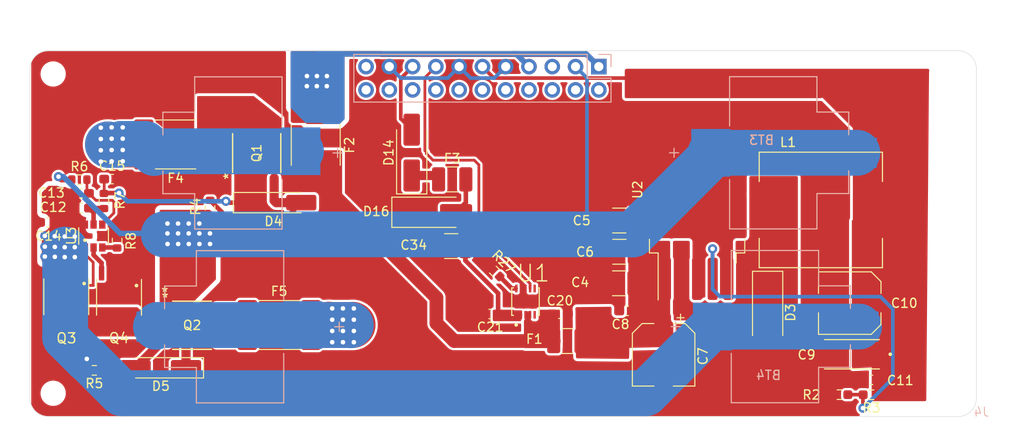
<source format=kicad_pcb>
(kicad_pcb (version 20241229) (generator "pcbnew") (generator_version "9.0")
  (title_block (date "15 nov 2012"))
  (layers (0 "F.Cu" signal) (2 "B.Cu" signal) (13 "F.Paste" user) (15 "B.Paste" user) (5 "F.SilkS" user "F.Silkscreen") (7 "B.SilkS" user "B.Silkscreen") (1 "F.Mask" user) (3 "B.Mask" user) (25 "Edge.Cuts" user))
  (net 0 "")
  (net 1 "GND")
  (net 2 "+5V")
  (net 3 "Net-(BT3-+)")
  (net 4 "Net-(BT4-+)")
  (net 5 "8.4V")
  (net 6 "+12V")
  (net 7 "Net-(U3-VDD)")
  (net 8 "Net-(U2-FB)")
  (net 9 "Net-(U3-VBL)")
  (net 10 "/Power BMS/Power Supply/V_Out_Dirty")
  (net 11 "Net-(D4-A)")
  (net 12 "Net-(D14-K)")
  (net 13 "Net-(D14-A)")
  (net 14 "Net-(D5-A)")
  (net 15 "/Power BMS/8.4V Out")
  (net 16 "Chrg_Stat")
  (net 18 "Net-(Q2-D)")
  (net 19 "Net-(Q3-G)")
  (net 20 "Net-(Q4-G)")
  (net 21 "/Power BMS/Power Supply/Vin_clean")
  (net 22 "BATT_LVL_MID")
  (net 23 "BATT_LVL-")
  (net 25 "/Power BMS/Battery Pack & Protection/d2d")
  (net 26 "/Power BMS/Battery Pack & Protection/8.4unsafe")
  (net 27 "Net-(U3-V-)")
  (net 28 "Net-(U1-PROG)")
  (footprint "MM3220AA2NRH:IC_MM3220AA2NRH" (layer "F.Cu") (at 122.11 115.544998 90)
    (property "Reference" "U3")
    (property "Value" "MM3220AA2NRH")
  )
  (footprint "Diode_SMD:D_MiniMELF_Handsoldering" (layer "F.Cu") (at 142.02 111.9025)
    (property "Reference" "D4")
    (property "Value" "9.1V Zener")
  )
  (footprint "Resistor_SMD:R_1210_3225Metric_Pad1.30x2.65mm_HandSolder" (layer "F.Cu") (at 179.46 120.7025 180)
    (property "Reference" "C4")
    (property "Value" "47uF")
  )
  (footprint "Fuse:Fuse_2920_7451Metric_Pad2.10x5.45mm_HandSolder" (layer "F.Cu") (at 142.36 125.2525)
    (property "Reference" "F5")
    (property "Value" "Polyfuse 6A")
  )
  (footprint "MCP73213-A6SI_MF:SON50P300X300X100-11N" (layer "F.Cu") (at 169.24 122.7025 90)
    (property "Reference" "U1")
    (property "Value" "MCP73213-A6SI_MF")
  )
  (footprint "Resistor_SMD:R_0603_1608Metric" (layer "F.Cu") (at 134.82 112.4725 -90)
    (property "Reference" "R4")
    (property "Value" "100K")
  )
  (footprint "FET - AOSP36326C:SOIC127P490X600X175-8N" (layer "F.Cu") (at 124.885 122.2275 -90)
    (property "Reference" "Q4")
    (property "Value" "AOSP36326C")
  )
  (footprint "Diode_SMD:D_SMA_Handsoldering" (layer "F.Cu") (at 159.165 112.9525)
    (property "Reference" "D16")
    (property "Value" "SMAJ11A")
  )
  (footprint "Capacitor_SMD:C_0603_1608Metric_Pad1.08x0.95mm_HandSolder" (layer "F.Cu") (at 165.39 124.0525 180)
    (property "Reference" "C21")
    (property "Value" "10uF")
  )
  (footprint "Resistor_SMD:R_1210_3225Metric_Pad1.30x2.65mm_HandSolder" (layer "F.Cu") (at 161.1325 116.6425)
    (property "Reference" "C34")
    (property "Value" "47uF")
  )
  (footprint "Resistor_SMD:R_0603_1608Metric" (layer "F.Cu") (at 165.84 119.3725 -45)
    (property "Reference" "R27")
    (property "Value" "1K")
  )
  (footprint "Resistor_SMD:R_0603_1608Metric_Pad0.98x0.95mm_HandSolder" (layer "F.Cu") (at 206.9975 132.8625 180)
    (property "Reference" "R3")
    (property "Value" "3.1K")
  )
  (footprint "Capacitor_SMD:C_0603_1608Metric_Pad1.08x0.95mm_HandSolder" (layer "F.Cu") (at 173 124.0325)
    (property "Reference" "C20")
    (property "Value" "10uF")
  )
  (footprint "Diode_SMD:D_SMA_Handsoldering" (layer "F.Cu") (at 156.8225 106.4425 90)
    (property "Reference" "D14")
    (property "Value" "SS24")
  )
  (footprint "Fuse:Fuse_1210_3225Metric_Pad1.42x2.65mm_HandSolder" (layer "F.Cu") (at 173.8075 127.0025)
    (property "Reference" "F1")
    (property "Value" "2.2A Polyfuse")
  )
  (footprint "Resistor_SMD:R_0603_1608Metric_Pad0.98x0.95mm_HandSolder" (layer "F.Cu") (at 203.4975 132.8525)
    (property "Reference" "R2")
    (property "Value" "1K")
  )
  (footprint "Capacitor_SMD:C_Elec_6.3x7.7" (layer "F.Cu") (at 204.62 122.8625 180)
    (property "Reference" "C10")
    (property "Value" "330uF 10V")
  )
  (footprint "FET - AOSP36326C:SOIC127P490X600X175-8N" (layer "F.Cu") (at 119.13 122.174998 -90)
    (property "Reference" "Q3")
    (property "Value" "AOSP36326C")
  )
  (footprint "Diode_SMD:D_SMA_Handsoldering" (layer "F.Cu") (at 195.66 123.9025 -90)
    (property "Reference" "D3")
    (property "Value" "SS34")
  )
  (footprint "Capacitor_SMD:C_0603_1608Metric_Pad1.08x0.95mm_HandSolder" (layer "F.Cu") (at 124.13 109.3325)
    (property "Reference" "C15")
    (property "Value" "0.1uF")
  )
  (footprint "Capacitor_SMD:C_0603_1608Metric_Pad1.08x0.95mm_HandSolder" (layer "F.Cu") (at 120.7475 112.494998)
    (property "Reference" "C12")
    (property "Value" "0.1uF")
  )
  (footprint "Diode_SMD:D_MiniMELF_Handsoldering" (layer "F.Cu") (at 129.4475 129.9225 180)
    (property "Reference" "D5")
    (property "Value" "9.1V Zener")
  )
  (footprint "Package_TO_SOT_SMD:TO-263-5_TabPin3" (layer "F.Cu") (at 187.965 112.5675 90)
    (property "Reference" "U2")
    (property "Value" "LM2596S-ADJ")
  )
  (footprint "Capacitor_SMD:C_0603_1608Metric_Pad1.08x0.95mm_HandSolder" (layer "F.Cu") (at 120.74 110.884998 180)
    (property "Reference" "C13")
    (property "Value" "0.1 uF")
  )
  (footprint "Fuse:Fuse_2920_7451Metric_Pad2.10x5.45mm_HandSolder" (layer "F.Cu") (at 146.35 105.6275 -90)
    (property "Reference" "F2")
    (property "Value" "6A Polyfuse")
  )
  (footprint "Capacitor_SMD:C_0603_1608Metric_Pad1.08x0.95mm_HandSolder" (layer "F.Cu") (at 206.99 131.242 180)
    (property "Reference" "C11")
    (property "Value" "0.1uF")
  )
  (footprint "FET - SI4435FDY:SO-8_VIS" (layer "F.Cu") (at 139.91 106.4925 90)
    (property "Reference" "Q1")
    (property "Value" "SI4435FDY")
  )
  (footprint "Resistor_SMD:R_1210_3225Metric_Pad1.30x2.65mm_HandSolder" (layer "F.Cu") (at 179.47 113.8525 180)
    (property "Reference" "C5")
    (property "Value" "47uF")
  )
  (footprint "Capacitor_SMD:CP_Elec_6.3x7.7" (layer "F.Cu") (at 184.31 128.5025 -90)
    (property "Reference" "C7")
    (property "Value" "100uF 16V")
  )
  (footprint "Fuse:Fuse_2920_7451Metric_Pad2.10x5.45mm_HandSolder" (layer "F.Cu") (at 131.06 105.5525 180)
    (property "Reference" "F4")
    (property "Value" "Polyfuse 6A")
  )
  (footprint "C _Tantalum - TAJC337K006RNJ:CAPPM6032X280N" (layer "F.Cu") (at 204.8625 128.448 180)
    (property "Reference" "C9")
    (property "Value" "330uF Tantalum")
  )
  (footprint "Resistor_SMD:R_0603_1608Metric" (layer "F.Cu") (at 122.19 130.2025 180)
    (property "Reference" "R5")
    (property "Value" "100K")
  )
  (footprint "Fuse:Fuse_1210_3225Metric_Pad1.42x2.65mm_HandSolder" (layer "F.Cu") (at 161.2425 109.3625)
    (property "Reference" "F3")
    (property "Value" "2.2A Polyfuse")
  )
  (footprint "Inductor -  125CDMCCDS 33uH:IND_125CDMCCDS-330MC" (layer "F.Cu") (at 201.465 112.6975)
    (property "Reference" "L1")
    (property "Value" "33uH")
  )
  (footprint "FET - SI4435FDY:SO-8_VIS" (layer "F.Cu") (at 132.86 125.2825)
    (property "Reference" "Q2")
    (property "Value" "SI4435FDY")
  )
  (footprint "Resistor_SMD:R_0603_1608Metric" (layer "F.Cu") (at 123.24 111.7225 90)
    (property "Reference" "R7")
    (property "Value" "330")
  )
  (footprint "Resistor_SMD:R_0603_1608Metric" (layer "F.Cu") (at 124.68 116.0225 90)
    (property "Reference" "R8")
    (property "Value" "2.2K")
  )
  (footprint "Resistor_SMD:R_1210_3225Metric_Pad1.30x2.65mm_HandSolder" (layer "F.Cu") (at 179.49 117.2625 180)
    (property "Reference" "C6")
    (property "Value" "47uF")
  )
  (footprint "Capacitor_SMD:C_0603_1608Metric_Pad1.08x0.95mm_HandSolder" (layer "F.Cu") (at 117.13 114.0525)
    (property "Reference" "C14")
    (property "Value" "0.1uF")
  )
  (footprint "Resistor_SMD:R_0603_1608Metric" (layer "F.Cu") (at 120.56 109.3925)
    (property "Reference" "R6")
    (property "Value" "330")
  )
  (footprint "Capacitor_SMD:C_0603_1608Metric_Pad1.08x0.95mm_HandSolder" (layer "F.Cu") (at 180.3275 123.7125 180)
    (property "Reference" "C8")
    (property "Value" "0.1uF")
  )
  (footprint "Board:Board_outline" (layer "B.Cu") (at 218.44 95.3225 180)
    (property "Reference" "J4")
    (property "Value" "Conn_01x11")
    (fp_line (start 103.28 -2) (end 103.28 -37.92) (stroke (width 0.05)) (layer "Edge.Cuts"))
    (fp_line (start 101.28 -39.92) (end 2 -39.92) (stroke (width 0.05)) (layer "Edge.Cuts"))
    (fp_line (start 2 0) (end 101.28 0) (stroke (width 0.05)) (layer "Edge.Cuts"))
    (fp_line (start 0 -37.92) (end 0 -2) (stroke (width 0.05)) (layer "Edge.Cuts"))
    (fp_arc (start 103.28 -2) (mid 102.694214 -0.585786) (end 101.28 0) (stroke (width 0.05)) (layer "Edge.Cuts"))
    (fp_arc (start 101.28 -39.92) (mid 102.694214 -39.334214) (end 103.28 -37.92) (stroke (width 0.05)) (layer "Edge.Cuts"))
    (fp_arc (start 2 0) (mid 0.585786 -0.585786) (end 0 -2) (stroke (width 0.05)) (layer "Edge.Cuts"))
    (fp_arc (start 0 -37.92) (mid 0.585786 -39.334214) (end 2 -39.92) (stroke (width 0.05)) (layer "Edge.Cuts"))
  )
  (footprint "Battery Holder - 18650:BAT_254" (layer "B.Cu") (at 195.11 106.4625 180)
    (property "Reference" "BT3")
    (property "Value" "Battery_Cell")
  )
  (footprint "Battery Holder - 18650:BAT_254" (layer "B.Cu") (at 195.2925 125.427044 180)
    (property "Reference" "BT4")
    (property "Value" "Battery_Cell")
  )
  (segment (start 191.365 114.4575) (end 191.38 114.4425) (width 1) (layer "F.Cu") (net 1))
  (segment (start 187.965 120.2175) (end 187.965 113.7075) (width 1) (layer "F.Cu") (net 1))
  (segment (start 187.965 113.7075) (end 188.03 113.6425) (width 1) (layer "F.Cu") (net 1))
  (segment (start 191.365 120.2175) (end 191.365 114.4575) (width 1) (layer "F.Cu") (net 1))
  (segment (start 160.750682 98.308243) (end 155.630682 98.308243) (width 0.4) (layer "B.Cu") (net 1))
  (segment (start 155.630682 98.308243) (end 154.380682 97.058243) (width 0.4) (layer "B.Cu") (net 1))
  (segment (start 163.250682 98.308243) (end 162.000682 97.058243) (width 0.4) (layer "B.Cu") (net 1))
  (segment (start 167.080682 97.058243) (end 165.830682 98.308243) (width 0.4) (layer "B.Cu") (net 1))
  (segment (start 165.830682 98.308243) (end 163.250682 98.308243) (width 0.4) (layer "B.Cu") (net 1))
  (segment (start 162.000682 97.058243) (end 160.750682 98.308243) (width 0.4) (layer "B.Cu") (net 1))
  (segment (start 207.09 99.1225) (end 207.09 112.6975) (width 0.4) (layer "F.Cu") (net 2))
  (segment (start 165.790682 98.308243) (end 206.244257 98.308243) (width 0.4) (layer "F.Cu") (net 2))
  (segment (start 164.540682 97.058243) (end 165.790682 98.308243) (width 0.4) (layer "F.Cu") (net 2))
  (segment (start 206.244257 98.308243) (end 206.26 98.2925) (width 0.4) (layer "F.Cu") (net 2))
  (segment (start 206.26 98.2925) (end 207.09 99.1225) (width 0.4) (layer "F.Cu") (net 2))
  (segment (start 127.585 105.5525) (end 125.1 105.5525) (width 5) (layer "F.Cu") (net 3))
  (segment (start 123.681169 105.5525) (end 123.68 105.553669) (width 5) (layer "F.Cu") (net 3))
  (segment (start 125.1 105.5525) (end 125.09 105.5625) (width 5) (layer "F.Cu") (net 3))
  (via (at 125.29 107.3925) (size 1) (drill 0.5) (layers "F.Cu" "B.Cu") (net 3))
  (via (at 124.08 103.690161) (size 1) (drill 0.5) (layers "F.Cu" "B.Cu") (net 3))
  (via (at 122.9 106.188387) (size 1) (drill 0.5) (layers "F.Cu" "B.Cu") (net 3))
  (via (at 125.29 103.690161) (size 1) (drill 0.5) (layers "F.Cu" "B.Cu") (net 3))
  (via (at 122.9 107.4225) (size 1) (drill 0.5) (layers "F.Cu" "B.Cu") (net 3))
  (via (at 122.9 104.954274) (size 1) (drill 0.5) (layers "F.Cu" "B.Cu") (net 3))
  (via (at 125.29 106.158387) (size 1) (drill 0.5) (layers "F.Cu" "B.Cu") (net 3))
  (via (at 124.08 107.3925) (size 1) (drill 0.5) (layers "F.Cu" "B.Cu") (net 3))
  (via (at 124.08 106.158387) (size 1) (drill 0.5) (layers "F.Cu" "B.Cu") (net 3))
  (via (at 125.29 104.924274) (size 1) (drill 0.5) (layers "F.Cu" "B.Cu") (net 3))
  (via (at 124.08 104.924274) (size 1) (drill 0.5) (layers "F.Cu" "B.Cu") (net 3))
  (via (at 122.9 103.720161) (size 1) (drill 0.5) (layers "F.Cu" "B.Cu") (net 3))
  (segment (start 124.91 105.60133) (end 123.727661 105.60133) (width 5) (layer "B.Cu") (net 3))
  (segment (start 127.742956 105.4925) (end 125.16 105.4925) (width 5) (layer "B.Cu") (net 3))
  (segment (start 128.917044 106.2925) (end 128.73 106.479544) (width 5) (layer "B.Cu") (net 3))
  (segment (start 123.727661 105.60133) (end 123.68 105.553669) (width 5) (layer "B.Cu") (net 3))
  (segment (start 125.16 105.4925) (end 125.09 105.5625) (width 5) (layer "B.Cu") (net 3))
  (segment (start 128.73 106.479544) (end 127.742956 105.4925) (width 5) (layer "B.Cu") (net 3))
  (segment (start 144.74 106.2925) (end 128.917044 106.2925) (width 5) (layer "B.Cu") (net 3))
  (segment (start 145.835 125.2525) (end 147.76 125.2525) (width 5) (layer "F.Cu") (net 4))
  (segment (start 150.35 125.2525) (end 150.37 125.2325) (width 5) (layer "F.Cu") (net 4))
  (segment (start 147.76 125.2525) (end 147.79 125.2225) (width 5) (layer "F.Cu") (net 4))
  (segment (start 147.82 125.2525) (end 150.35 125.2525) (width 5) (layer "F.Cu") (net 4))
  (segment (start 147.79 125.2225) (end 147.82 125.2525) (width 5) (layer "F.Cu") (net 4))
  (via (at 148.15 124.675833) (size 1) (drill 0.5) (layers "F.Cu" "B.Cu") (net 4))
  (via (at 148.15 127.1325) (size 1) (drill 0.5) (layers "F.Cu" "B.Cu") (net 4))
  (via (at 149.32 123.4475) (size 1) (drill 0.5) (layers "F.Cu" "B.Cu") (net 4))
  (via (at 149.32 125.904166) (size 1) (drill 0.5) (layers "F.Cu" "B.Cu") (net 4))
  (via (at 150.51 124.675833) (size 1) (drill 0.5) (layers "F.Cu" "B.Cu") (net 4))
  (via (at 148.15 125.904166) (size 1) (drill 0.5) (layers "F.Cu" "B.Cu") (net 4))
  (via (at 149.32 124.675833) (size 1) (drill 0.5) (layers "F.Cu" "B.Cu") (net 4))
  (via (at 148.15 123.4475) (size 1) (drill 0.5) (layers "F.Cu" "B.Cu") (net 4))
  (via (at 150.51 125.904166) (size 1) (drill 0.5) (layers "F.Cu" "B.Cu") (net 4))
  (via (at 150.51 127.1325) (size 1) (drill 0.5) (layers "F.Cu" "B.Cu") (net 4))
  (via (at 150.51 123.4475) (size 1) (drill 0.5) (layers "F.Cu" "B.Cu") (net 4))
  (via (at 149.32 127.1325) (size 1) (drill 0.5) (layers "F.Cu" "B.Cu") (net 4))
  (segment (start 149.335456 125.257044) (end 149.38 125.2125) (width 1) (layer "B.Cu") (net 4))
  (segment (start 149.3 123.4525) (end 149.28 123.4725) (width 1) (layer "B.Cu") (net 4))
  (segment (start 147.9 126.9025) (end 147.89 126.8825) (width 1) (layer "B.Cu") (net 4))
  (segment (start 147.91 123.4725) (end 147.88 123.4725) (width 1) (layer "B.Cu") (net 4))
  (segment (start 144.9225 125.257044) (end 129.099544 125.257044) (width 5) (layer "B.Cu") (net 4))
  (segment (start 150.154544 125.257044) (end 150.18 125.2825) (width 5) (layer "B.Cu") (net 4))
  (segment (start 149.38 123.4925) (end 149.36 123.4725) (width 1) (layer "B.Cu") (net 4))
  (segment (start 144.9225 125.257044) (end 150.154544 125.257044) (width 5) (layer "B.Cu") (net 4))
  (segment (start 149.36 126.8625) (end 147.9 126.9025) (width 1) (layer "B.Cu") (net 4))
  (segment (start 149.38 125.2125) (end 149.34 125.1925) (width 1) (layer "B.Cu") (net 4))
  (segment (start 149.46 125.2925) (end 149.46 126.8825) (width 1) (layer "B.Cu") (net 4))
  (segment (start 147.88 123.4725) (end 147.87 123.4825) (width 1) (layer "B.Cu") (net 4))
  (segment (start 149.46 126.8825) (end 149.36 126.8625) (width 1) (layer "B.Cu") (net 4))
  (segment (start 149.32 123.4725) (end 149.3 123.4525) (width 1) (layer "B.Cu") (net 4))
  (segment (start 147.87 126.9025) (end 147.89 126.8825) (width 1) (layer "B.Cu") (net 4))
  (segment (start 149.34 125.1925) (end 149.38 123.4925) (width 1) (layer "B.Cu") (net 4))
  (segment (start 149.38 125.2125) (end 149.46 125.2925) (width 1) (layer "B.Cu") (net 4))
  (segment (start 129.099544 125.257044) (end 128.9125 125.444088) (width 5) (layer "B.Cu") (net 4))
  (segment (start 144.9225 125.257044) (end 149.335456 125.257044) (width 1) (layer "B.Cu") (net 4))
  (segment (start 149.36 123.4725) (end 149.32 123.4725) (width 1) (layer "B.Cu") (net 4))
  (segment (start 149.28 123.4725) (end 147.91 123.4725) (width 1) (layer "B.Cu") (net 4))
  (segment (start 172.1375 126.82) (end 172.32 127.0025) (width 0.5) (layer "F.Cu") (net 5))
  (segment (start 140.545 110.6275) (end 139.27 111.9025) (width 0.5) (layer "F.Cu") (net 5))
  (segment (start 136.7 111.9025) (end 136.55 111.7525) (width 0.5) (layer "F.Cu") (net 5))
  (segment (start 159.52 125.0625) (end 161.46 127.0025) (width 1.5) (layer "F.Cu") (net 5))
  (segment (start 139.27 111.9025) (end 136.7 111.9025) (width 0.5) (layer "F.Cu") (net 5))
  (segment (start 140.545 109.21665) (end 140.545 110.6275) (width 0.5) (layer "F.Cu") (net 5))
  (segment (start 146.35 109.1025) (end 159.52 122.2725) (width 1.5) (layer "F.Cu") (net 5))
  (segment (start 123.2675 109.3325) (end 123.2675 110.87) (width 0.3) (layer "F.Cu") (net 5))
  (segment (start 139.27 109.22165) (end 139.275 109.21665) (width 0.5) (layer "F.Cu") (net 5))
  (segment (start 138.005 110.6375) (end 139.27 111.9025) (width 0.5) (layer "F.Cu") (net 5))
  (segment (start 123.285 110.8525) (end 123.24 110.8975) (width 0.5) (layer "F.Cu") (net 5))
  (segment (start 161.46 127.0025) (end 172.32 127.0025) (width 1.5) (layer "F.Cu") (net 5))
  (segment (start 123.2675 110.87) (end 123.24 110.8975) (width 0.3) (layer "F.Cu") (net 5))
  (segment (start 138.005 109.21665) (end 138.005 110.6375) (width 0.5) (layer "F.Cu") (net 5))
  (segment (start 124.89 110.8525) (end 123.285 110.8525) (width 0.5) (layer "F.Cu") (net 5))
  (segment (start 139.27 111.9025) (end 139.27 109.22165) (width 0.5) (layer "F.Cu") (net 5))
  (segment (start 172.1375 124.0325) (end 172.1375 126.82) (width 0.5) (layer "F.Cu") (net 5))
  (segment (start 159.52 122.2725) (end 159.52 125.0625) (width 1.5) (layer "F.Cu") (net 5))
  (via (at 136.55 111.7525) (size 1) (drill 0.5) (layers "F.Cu" "B.Cu") (net 5))
  (via (at 124.89 110.8525) (size 1) (drill 0.5) (layers "F.Cu" "B.Cu") (net 5))
  (segment (start 125.79 111.7525) (end 124.89 110.8525) (width 0.5) (layer "B.Cu") (net 5))
  (segment (start 136.55 111.7525) (end 125.79 111.7525) (width 0.5) (layer "B.Cu") (net 5))
  (segment (start 162.73 109.3625) (end 162.73 111.8875) (width 0.5) (layer "F.Cu") (net 6))
  (segment (start 168.74 124.1375) (end 166.3375 124.1375) (width 0.3) (layer "F.Cu") (net 6))
  (segment (start 162.73 111.8875) (end 161.665 112.9525) (width 0.5) (layer "F.Cu") (net 6))
  (segment (start 162.6825 118.225) (end 166.2525 121.795) (width 0.5) (layer "F.Cu") (net 6))
  (segment (start 166.3375 124.1375) (end 166.2525 124.0525) (width 0.3) (layer "F.Cu") (net 6))
  (segment (start 166.2525 121.795) (end 166.2525 124.0525) (width 0.5) (layer "F.Cu") (net 6))
  (segment (start 162.6825 116.6425) (end 162.6825 118.225) (width 0.5) (layer "F.Cu") (net 6))
  (segment (start 162.6825 116.6425) (end 162.6825 113.97) (width 0.5) (layer "F.Cu") (net 6))
  (segment (start 162.6825 113.97) (end 161.665 112.9525) (width 0.5) (layer "F.Cu") (net 6))
  (segment (start 162.68 116.64) (end 162.6825 116.6425) (width 0.5) (layer "F.Cu") (net 6))
  (segment (start 121.61 112.494998) (end 123.187498 112.494998) (width 0.5) (layer "F.Cu") (net 7))
  (segment (start 122.11 114.294998) (end 122.11 112.994998) (width 0.5) (layer "F.Cu") (net 7))
  (segment (start 123.187498 112.494998) (end 123.24 112.5475) (width 0.5) (layer "F.Cu") (net 7))
  (segment (start 122.11 112.994998) (end 121.61 112.494998) (width 0.5) (layer "F.Cu") (net 7))
  (segment (start 204.41 132.8525) (end 206.075 132.8525) (width 0.4) (layer "F.Cu") (net 8))
  (segment (start 206.06 132.8875) (end 206.085 132.8625) (width 0.4) (layer "F.Cu") (net 8))
  (segment (start 206.075 132.8525) (end 206.085 132.8625) (width 0.4) (layer "F.Cu") (net 8))
  (segment (start 189.665 116.9575) (end 189.65 116.9425) (width 0.4) (layer "F.Cu") (net 8))
  (segment (start 206.06 134.3225) (end 206.06 132.8875) (width 0.4) (layer "F.Cu") (net 8))
  (segment (start 189.665 120.2175) (end 189.665 116.9575) (width 0.4) (layer "F.Cu") (net 8))
  (via (at 206.06 134.3225) (size 1) (drill 0.5) (layers "F.Cu" "B.Cu") (net 8))
  (via (at 189.65 116.9425) (size 1) (drill 0.5) (layers "F.Cu" "B.Cu") (net 8))
  (segment (start 207.96 122.1625) (end 209.32 123.5225) (width 0.4) (layer "B.Cu") (net 8))
  (segment (start 209.32 123.5225) (end 209.32 128.7825) (width 0.4) (layer "B.Cu") (net 8))
  (segment (start 189.65 121.3425) (end 189.76 121.4525) (width 0.4) (layer "B.Cu") (net 8))
  (segment (start 209.32 131.0625) (end 206.06 134.3225) (width 0.4) (layer "B.Cu") (net 8))
  (segment (start 209.32 128.7825) (end 209.32 131.0625) (width 0.4) (layer "B.Cu") (net 8))
  (segment (start 189.76 121.4525) (end 190.47 122.1625) (width 0.4) (layer "B.Cu") (net 8))
  (segment (start 189.65 116.9425) (end 189.65 121.3425) (width 0.4) (layer "B.Cu") (net 8))
  (segment (start 190.47 122.1625) (end 207.96 122.1625) (width 0.4) (layer "B.Cu") (net 8))
  (segment (start 122.365002 111.6475) (end 124.155 111.6475) (width 0.3) (layer "F.Cu") (net 9))
  (segment (start 121.6025 110.884998) (end 122.365002 111.6475) (width 0.3) (layer "F.Cu") (net 9))
  (segment (start 121.385 109.3925) (end 121.385 110.667498) (width 0.3) (layer "F.Cu") (net 9))
  (segment (start 124.32 111.8125) (end 124.32 113.034998) (width 0.3) (layer "F.Cu") (net 9))
  (segment (start 124.32 113.034998) (end 123.06 114.294998) (width 0.3) (layer "F.Cu") (net 9))
  (segment (start 121.385 110.667498) (end 121.6025 110.884998) (width 0.3) (layer "F.Cu") (net 9))
  (segment (start 124.155 111.6475) (end 124.32 111.8125) (width 0.3) (layer "F.Cu") (net 9))
  (segment (start 141.815 111.6775) (end 141.815 109.21665) (width 1) (layer "F.Cu") (net 11))
  (segment (start 144.77 111.9025) (end 142.04 111.9025) (width 1) (layer "F.Cu") (net 11))
  (segment (start 142.04 111.9025) (end 141.815 111.6775) (width 1) (layer "F.Cu") (net 11))
  (segment (start 137.085 113.9125) (end 142.76 113.9125) (width 0.5) (layer "F.Cu") (net 11))
  (segment (start 142.76 113.9125) (end 144.77 111.9025) (width 0.5) (layer "F.Cu") (net 11))
  (segment (start 134.82 111.6475) (end 137.085 113.9125) (width 0.5) (layer "F.Cu") (net 11))
  (segment (start 156.8225 108.9425) (end 159.335 108.9425) (width 1) (layer "F.Cu") (net 12))
  (segment (start 159.335 108.9425) (end 159.755 109.3625) (width 1) (layer "F.Cu") (net 12))
  (segment (start 155.630682 102.750682) (end 156.8225 103.9425) (width 0.4) (layer "F.Cu") (net 13))
  (segment (start 155.630682 98.348243) (end 155.630682 102.750682) (width 0.4) (layer "F.Cu") (net 13))
  (segment (start 156.920682 97.058243) (end 155.630682 98.348243) (width 0.4) (layer "F.Cu") (net 13))
  (segment (start 126.6975 129.9225) (end 123.295 129.9225) (width 1) (layer "F.Cu") (net 14))
  (segment (start 129.4325 127.1875) (end 126.6975 129.9225) (width 1) (layer "F.Cu") (net 14))
  (segment (start 130.13585 127.1875) (end 129.4325 127.1875) (width 1) (layer "F.Cu") (net 14))
  (segment (start 123.295 129.9225) (end 123.015 130.2025) (width 1) (layer "F.Cu") (net 14))
  (segment (start 167.99 95.708243) (end 168.270682 95.708243) (width 0.6) (layer "F.Cu") (net 15))
  (segment (start 153.494257 95.6725) (end 146.56 95.6725) (width 0.6) (layer "F.Cu") (net 15))
  (segment (start 146.56 95.6725) (end 146.56 98.0125) (width 0.6) (layer "F.Cu") (net 15))
  (segment (start 175.890682 95.708243) (end 177.240682 97.058243) (width 0.6) (layer "F.Cu") (net 15))
  (segment (start 167.99 95.708243) (end 175.890682 95.708243) (width 0.6) (layer "F.Cu") (net 15))
  (segment (start 168.270682 95.708243) (end 169.620682 97.058243) (width 0.6) (layer "F.Cu") (net 15))
  (segment (start 146.47 102.0325) (end 146.35 102.1525) (width 0.6) (layer "F.Cu") (net 15))
  (segment (start 146.56 98.0125) (end 146.48 98.0925) (width 0.6) (layer "F.Cu") (net 15))
  (segment (start 146.35 102.1525) (end 146.35 100.639736) (width 0.6) (layer "F.Cu") (net 15))
  (segment (start 146.47 98.0925) (end 146.47 102.0325) (width 0.6) (layer "F.Cu") (net 15))
  (segment (start 153.53 95.708243) (end 153.494257 95.6725) (width 0.6) (layer "F.Cu") (net 15))
  (segment (start 153.53 95.708243) (end 167.99 95.708243) (width 0.6) (layer "F.Cu") (net 15))
  (via (at 145.38 99.1925) (size 1) (drill 0.5) (layers "F.Cu" "B.Cu") (net 15))
  (via (at 147.56 99.1925) (size 1) (drill 0.5) (layers "F.Cu" "B.Cu") (net 15))
  (via (at 146.47 99.1925) (size 1) (drill 0.5) (layers "F.Cu" "B.Cu") (net 15))
  (via (at 145.39 98.0925) (size 1) (drill 0.5) (layers "F.Cu" "B.Cu") (net 15))
  (via (at 146.48 98.0925) (size 1) (drill 0.5) (layers "F.Cu" "B.Cu") (net 15))
  (via (at 147.57 98.0925) (size 1) (drill 0.5) (layers "F.Cu" "B.Cu") (net 15))
  (segment (start 169.620682 97.058243) (end 168.234939 95.6725) (width 0.6) (layer "B.Cu") (net 15))
  (segment (start 146.52 95.6725) (end 146.52 98.0425) (width 0.6) (layer "B.Cu") (net 15))
  (segment (start 167.88 95.6725) (end 146.52 95.6725) (width 0.6) (layer "B.Cu") (net 15))
  (segment (start 177.240682 97.058243) (end 175.854939 95.6725) (width 0.6) (layer "B.Cu") (net 15))
  (segment (start 175.854939 95.6725) (end 167.88 95.6725) (width 0.6) (layer "B.Cu") (net 15))
  (segment (start 168.234939 95.6725) (end 167.88 95.6725) (width 0.6) (layer "B.Cu") (net 15))
  (segment (start 146.52 98.0425) (end 146.47 98.0925) (width 0.6) (layer "B.Cu") (net 15))
  (segment (start 158.260682 106.223182) (end 158.260682 98.258243) (width 0.3) (layer "F.Cu") (net 16))
  (segment (start 158.42 106.3825) (end 158.260682 106.223182) (width 0.3) (layer "F.Cu") (net 16))
  (segment (start 169.74 121.2675) (end 169.74 120.74429) (width 0.3) (layer "F.Cu") (net 16))
  (segment (start 163.65 107.2725) (end 159.15 107.2725) (width 0.3) (layer "F.Cu") (net 16))
  (segment (start 158.42 106.5425) (end 158.42 106.3825) (width 0.3) (layer "F.Cu") (net 16))
  (segment (start 164.15 107.7725) (end 163.65 107.2725) (width 0.3) (layer "F.Cu") (net 16))
  (segment (start 159.15 107.2725) (end 158.42 106.5425) (width 0.3) (layer "F.Cu") (net 16))
  (segment (start 164.15 115.15429) (end 164.15 107.7725) (width 0.3) (layer "F.Cu") (net 16))
  (segment (start 169.74 120.74429) (end 164.15 115.15429) (width 0.3) (layer "F.Cu") (net 16))
  (segment (start 158.260682 98.258243) (end 159.460682 97.058243) (width 0.3) (layer "F.Cu") (net 16))
  (segment (start 138.205 123.3775) (end 138.23 123.4025) (width 1) (layer "F.Cu") (net 18))
  (segment (start 135.58415 124.6475) (end 138.435 124.6475) (width 1) (layer "F.Cu") (net 18))
  (segment (start 135.58415 125.9175) (end 138.145 125.9175) (width 1) (layer "F.Cu") (net 18))
  (segment (start 139.255 127.1875) (end 139.26 127.1825) (width 0.5) (layer "F.Cu") (net 18))
  (segment (start 138.145 125.9175) (end 138.16 125.9325) (width 1) (layer "F.Cu") (net 18))
  (segment (start 138.555 127.1875) (end 138.61 127.1325) (width 1) (layer "F.Cu") (net 18))
  (segment (start 138.435 124.6475) (end 138.45 124.6325) (width 1) (layer "F.Cu") (net 18))
  (segment (start 138.675 125.9175) (end 138.69 125.9325) (width 0.5) (layer "F.Cu") (net 18))
  (segment (start 135.58415 123.3775) (end 138.205 123.3775) (width 1) (layer "F.Cu") (net 18))
  (segment (start 135.58415 127.1875) (end 138.555 127.1875) (width 1) (layer "F.Cu") (net 18))
  (segment (start 117.817502 120.9325) (end 117.225 120.339998) (width 0.3) (layer "F.Cu") (net 19))
  (segment (start 122.07 120.9225) (end 122.08 120.9325) (width 0.3) (layer "F.Cu") (net 19))
  (segment (start 121.16 117.511028) (end 122.07 118.421028) (width 0.3) (layer "F.Cu") (net 19))
  (segment (start 121.16 116.794998) (end 121.16 117.511028) (width 0.3) (layer "F.Cu") (net 19))
  (segment (start 117.225 120.339998) (end 117.225 119.549998) (width 0.3) (layer "F.Cu") (net 19))
  (segment (start 122.07 118.421028) (end 122.07 120.9225) (width 0.3) (layer "F.Cu") (net 19))
  (segment (start 122.08 120.9325) (end 117.817502 120.9325) (width 0.3) (layer "F.Cu") (net 19))
  (segment (start 122.11 116.794998) (end 122.11 117.6125) (width 0.5) (layer "F.Cu") (net 20))
  (segment (start 122.98 118.4825) (end 122.98 119.6025) (width 0.5) (layer "F.Cu") (net 20))
  (segment (start 122.11 117.6125) (end 122.98 118.4825) (width 0.5) (layer "F.Cu") (net 20))
  (segment (start 130.13585 115.37665) (end 130.17 115.3425) (width 1.5) (layer "F.Cu") (net 22))
  (segment (start 131.8661 125.9175) (end 130.13585 125.9175) (width 1) (layer "F.Cu") (net 22))
  (segment (start 119.735 109.3925) (end 118.61 109.3925) (width 0.6) (layer "F.Cu") (net 22))
  (segment (start 130.17 115.3425) (end 134.78 115.3425) (width 1) (layer "F.Cu") (net 22))
  (segment (start 134.82 115.3025) (end 134.82 113.2975) (width 1) (layer "F.Cu") (net 22))
  (segment (start 134.78 115.3425) (end 134.82 115.3025) (width 1) (layer "F.Cu") (net 22))
  (segment (start 132.1975 129.9225) (end 132.1975 126.2489) (width 1) (layer "F.Cu") (net 22))
  (segment (start 118.61 109.3925) (end 118.28 109.0625) (width 0.6) (layer "F.Cu") (net 22))
  (segment (start 132.1975 126.2489) (end 131.8661 125.9175) (width 1) (layer "F.Cu") (net 22))
  (via (at 130.17 114.1825) (size 1) (drill 0.5) (layers "F.Cu" "B.Cu") (net 22))
  (via (at 131.33 114.1825) (size 1) (drill 0.5) (layers "F.Cu" "B.Cu") (net 22))
  (via (at 130.17 115.2625) (size 1) (drill 0.5) (layers "F.Cu" "B.Cu") (net 22))
  (via (at 133.66 116.4125) (size 1) (drill 0.5) (layers "F.Cu" "B.Cu") (net 22))
  (via (at 134.82 116.4125) (size 1) (drill 0.5) (layers "F.Cu" "B.Cu") (net 22))
  (via (at 132.5 116.4125) (size 1) (drill 0.5) (layers "F.Cu" "B.Cu") (net 22))
  (via (at 133.65 115.2625) (size 1) (drill 0.5) (layers "F.Cu" "B.Cu") (net 22))
  (via (at 130.18 116.4125) (size 1) (drill 0.5) (layers "F.Cu" "B.Cu") (net 22))
  (via (at 132.49 114.1825) (size 1) (drill 0.5) (layers "F.Cu" "B.Cu") (net 22))
  (via (at 131.33 115.2625) (size 1) (drill 0.5) (layers "F.Cu" "B.Cu") (net 22))
  (via (at 118.28 109.0625) (size 1) (drill 0.5) (layers "F.Cu" "B.Cu") (net 22))
  (via (at 132.49 115.2625) (size 1) (drill 0.5) (layers "F.Cu" "B.Cu") (net 22))
  (via (at 131.34 116.4125) (size 1) (drill 0.5) (layers "F.Cu" "B.Cu") (net 22))
  (via (at 134.81 115.2625) (size 1) (drill 0.5) (layers "F.Cu" "B.Cu") (net 22))
  (via (at 133.65 114.1825) (size 1) (drill 0.5) (layers "F.Cu" "B.Cu") (net 22))
  (segment (start 175.950682 114.823182) (end 176.49 115.3625) (width 0.4) (layer "B.Cu") (net 22))
  (segment (start 205.455 106.4625) (end 189.445 106.4625) (width 5) (layer "B.Cu") (net 22))
  (segment (start 189.445 106.4625) (end 189.445 106.8975) (width 5) (layer "B.Cu") (net 22))
  (segment (start 174.700682 97.058243) (end 175.950682 98.308243) (width 0.4) (layer "B.Cu") (net 22))
  (segment (start 135.71 115.3625) (end 129.77 115.3625) (width 5) (layer "B.Cu") (net 22))
  (segment (start 175.950682 98.308243) (end 175.950682 114.823182) (width 0.4) (layer "B.Cu") (net 22))
  (segment (start 189.445 106.8975) (end 180.98 115.3625) (width 5) (layer "B.Cu") (net 22))
  (segment (start 176.49 115.3625) (end 135.71 115.3625) (width 5) (layer "B.Cu") (net 22))
  (segment (start 180.98 115.3625) (end 176.49 115.3625) (width 5) (layer "B.Cu") (net 22))
  (segment (start 118.81 109.0625) (end 125.01 115.2625) (width 0.6) (layer "B.Cu") (net 22))
  (segment (start 125.01 115.2625) (end 130.17 115.2625) (width 0.6) (layer "B.Cu") (net 22))
  (segment (start 118.28 109.0625) (end 118.81 109.0625) (width 0.6) (layer "B.Cu") (net 22))
  (segment (start 121.365 130.2025) (end 121.365 128.9575) (width 0.4) (layer "F.Cu") (net 23))
  (segment (start 121.365 128.9575) (end 121.37 128.9525) (width 0.4) (layer "F.Cu") (net 23))
  (via (at 120.06 117.8425) (size 1) (drill 0.5) (layers "F.Cu" "B.Cu") (net 23))
  (via (at 118.96 115.5925) (size 1) (drill 0.5) (layers "F.Cu" "B.Cu") (net 23))
  (via (at 116.79 117.7825) (size 1) (drill 0.5) (layers "F.Cu" "B.Cu") (net 23))
  (via (at 118.96 116.7625) (size 1) (drill 0.5) (layers "F.Cu" "B.Cu") (net 23))
  (via (at 121.37 128.9525) (size 1) (drill 0.5) (layers "F.Cu" "B.Cu") (net 23))
  (via (at 117.88 117.8125) (size 1) (drill 0.5) (layers "F.Cu" "B.Cu") (net 23))
  (via (at 117.88 116.7325) (size 1) (drill 0.5) (layers "F.Cu" "B.Cu") (net 23))
  (via (at 118.96 117.8425) (size 1) (drill 0.5) (layers "F.Cu" "B.Cu") (net 23))
  (via (at 120.06 116.7625) (size 1) (drill 0.5) (layers "F.Cu" "B.Cu") (net 23))
  (via (at 120.06 115.5925) (size 1) (drill 0.5) (layers "F.Cu" "B.Cu") (net 23))
  (via (at 116.79 116.7025) (size 1) (drill 0.5) (layers "F.Cu" "B.Cu") (net 23))
  (via (at 116.79 115.5325) (size 1) (drill 0.5) (layers "F.Cu" "B.Cu") (net 23))
  (via (at 117.88 115.5625) (size 1) (drill 0.5) (layers "F.Cu" "B.Cu") (net 23))
  (segment (start 125.1725 132.6925) (end 121.4325 128.9525) (width 5) (layer "B.Cu") (net 23))
  (segment (start 189.6275 125.427044) (end 182.362044 132.6925) (width 5) (layer "B.Cu") (net 23))
  (segment (start 205.6375 125.427044) (end 189.6275 125.427044) (width 5) (layer "B.Cu") (net 23))
  (segment (start 119.01 117.0425) (end 119 117.0325) (width 5) (layer "B.Cu") (net 23))
  (segment (start 182.362044 132.6925) (end 125.1725 132.6925) (width 5) (layer "B.Cu") (net 23))
  (segment (start 121.37 128.9525) (end 119.01 126.5925) (width 5) (layer "B.Cu") (net 23))
  (segment (start 119.01 126.5925) (end 119.01 117.0425) (width 5) (layer "B.Cu") (net 23))
  (segment (start 121.4325 128.9525) (end 121.37 128.9525) (width 5) (layer "B.Cu") (net 23))
  (segment (start 124.627498 116.794998) (end 124.68 116.8475) (width 0.5) (layer "F.Cu") (net 27))
  (segment (start 123.06 116.794998) (end 124.627498 116.794998) (width 0.5) (layer "F.Cu") (net 27))
  (segment (start 167.735 121.2675) (end 168.16 121.2675) (width 0.5) (layer "F.Cu") (net 28))
  (segment (start 166.423363 119.955863) (end 167.735 121.2675) (width 0.5) (layer "F.Cu") (net 28))
  (zone (net 5) (net_name "8.4V") (layer "F.Cu") (priority 5) (connect_pads yes (clearance 0.3)) (min_thickness 0.25) (fill yes (thermal_gap 0.5) (thermal_bridge_width 0.5))
    (polygon (pts (xy 137.46 113.0025) (xy 137.46 107.7625) (xy 139.04 106.1825) (xy 149.09 106.1825) (xy 149.23 106.3225) (xy 149.23 112.9325) (xy 149.21 112.9525) (xy 137.49 112.9525) (xy 137.49 112.9725)))
  )
  (zone (net 25) (net_name "/Power BMS/Battery Pack & Protection/d2d") (layer "F.Cu") (priority 3) (connect_pads yes (clearance 0.3)) (min_thickness 0.25) (fill yes (thermal_gap 0.5) (thermal_bridge_width 0.5))
    (polygon (pts (xy 116.93 123.3625) (xy 116.93 126.5025) (xy 127.07 126.5025) (xy 127.27 126.3025) (xy 127.27 123.6825) (xy 126.9 123.3125) (xy 116.98 123.3125)))
  )
  (zone (net 23) (net_name "BATT_LVL-") (layer "F.Cu") (priority 1) (connect_pads yes (clearance 0.5)) (min_thickness 0.25) (fill yes (thermal_gap 0.5) (thermal_bridge_width 0.5))
    (polygon (pts (xy 116.52 120.1825) (xy 122 120.1825) (xy 122 112.0025) (xy 120.06 110.0625) (xy 117.2 110.0625) (xy 116.46 110.8025) (xy 116.46 120.1225)))
  )
  (zone (net 5) (net_name "8.4V") (layer "F.Cu") (priority 9) (connect_pads yes (clearance 0.3)) (min_thickness 0.25) (fill yes (thermal_gap 0.5) (thermal_bridge_width 0.5))
    (polygon (pts (xy 169.07 123.7325) (xy 169.07 127.7725) (xy 172.99 127.7725) (xy 173 127.7625) (xy 173 123.6025) (xy 172.98 123.5825) (xy 169.22 123.5825)))
  )
  (zone (net 6) (net_name "+12V") (layer "F.Cu") (priority 6) (connect_pads yes (clearance 0.2)) (min_thickness 0.25) (fill yes (thermal_gap 0.5) (thermal_bridge_width 0.5))
    (polygon (pts (xy 165.67 123.4525) (xy 165.67 124.7925) (xy 165.71 124.8325) (xy 168.91 124.8325) (xy 168.91 123.6525) (xy 168.84 123.5825) (xy 165.69 123.5825) (xy 165.69 123.4725)))
  )
  (zone (net 22) (net_name "BATT_LVL_MID") (layer "F.Cu") (priority 10) (connect_pads yes (clearance 0.5)) (min_thickness 0.25) (fill yes (thermal_gap 0.5) (thermal_bridge_width 0.5))
    (polygon (pts (xy 129.32 126.2825) (xy 129.32 112.6825) (xy 135.28 112.6825) (xy 135.46 112.8625) (xy 135.46 120.2825) (xy 132.53 123.2125) (xy 132.53 126.3625) (xy 129.4 126.3625)))
  )
  (zone (net 1) (net_name "GND") (layer "F.Cu") (connect_pads yes (clearance 0.25)) (min_thickness 0.25) (fill yes (thermal_gap 0.5) (thermal_bridge_width 0.5))
    (polygon (pts (xy 115.31 135.2625) (xy 218.18 135.2625) (xy 218.52 134.9225) (xy 218.52 95.4025) (xy 218.33 95.2125) (xy 115.31 95.2125)))
  )
  (zone (net 2) (net_name "+5V") (layer "F.Cu") (priority 100) (connect_pads yes (clearance 0.3)) (min_thickness 0.3) (fill yes (thermal_gap 0.5) (thermal_bridge_width 0.5))
    (polygon (pts (xy 204.85 113.6525) (xy 204.85 129.9825) (xy 207.021898 129.880602) (xy 207.01 133.5625) (xy 212.97 133.5625) (xy 213.27 97.7125) (xy 213.31 97.2925) (xy 180.2 97.2925) (xy 180.07 97.4225) (xy 180.07 100.4425) (xy 180.13 100.5025) (xy 201.55 100.5025) (xy 201.62 100.4325) (xy 204.96 103.7725) (xy 204.96 113.7625)))
  )
  (zone (net 21) (net_name "/Power BMS/Power Supply/Vin_clean") (layer "F.Cu") (priority 7) (connect_pads yes (clearance 0.3)) (min_thickness 0.3) (fill yes (thermal_gap 0.5) (thermal_bridge_width 0.5))
    (polygon (pts (xy 180.45 123.2425) (xy 180.48 112.5225) (xy 185.32 112.5225) (xy 185.37 112.5725) (xy 185.37 127.6325) (xy 180.57 127.7525) (xy 180.543425 128.954965) (xy 174.748476 128.894024) (xy 174.68 123.305087)))
  )
  (zone (net 26) (net_name "/Power BMS/Battery Pack & Protection/8.4unsafe") (layer "F.Cu") (priority 4) (connect_pads yes (clearance 0.3)) (min_thickness 0.25) (fill yes (thermal_gap 0.5) (thermal_bridge_width 0.5))
    (polygon (pts (xy 133.4 108.3425) (xy 133.4 100.2725) (xy 139.59 100.2725) (xy 142.62 102.6825) (xy 142.62 103.9725) (xy 142.04 104.5525) (xy 137.78 104.5525) (xy 135.74 106.5925) (xy 135.74 108.0825) (xy 135.65 108.1725) (xy 133.5 108.1725) (xy 133.5 108.2425)))
  )
  (zone (net 10) (net_name "/Power BMS/Power Supply/V_Out_Dirty") (layer "F.Cu") (priority 8) (connect_pads yes (clearance 0.3)) (min_thickness 0.3) (fill yes (thermal_gap 0.5) (thermal_bridge_width 0.5))
    (polygon (pts (xy 185.33 116.0625) (xy 185.33 124.7525) (xy 198.57 124.7525) (xy 198.96 124.3625) (xy 198.96 109.0025) (xy 185.52 109.0025) (xy 185.32 109.2025) (xy 185.32 116.0725)))
  )
  (zone (net 15) (net_name "/Power BMS/8.4V Out") (layers "F.Cu" "B.Cu") (priority 2) (connect_pads yes (clearance 0.5)) (min_thickness 0.25) (fill yes (thermal_gap 0.5) (thermal_bridge_width 0.5))
    (polygon (pts (xy 143.61 101.5725) (xy 143.61 95.2825) (xy 147.73 95.2825) (xy 147.79 95.3425) (xy 149.44 95.3425) (xy 149.5 95.2825) (xy 149.5 102.7825) (xy 148.96 103.3225) (xy 145.36 103.3225)))
  )
)
</source>
